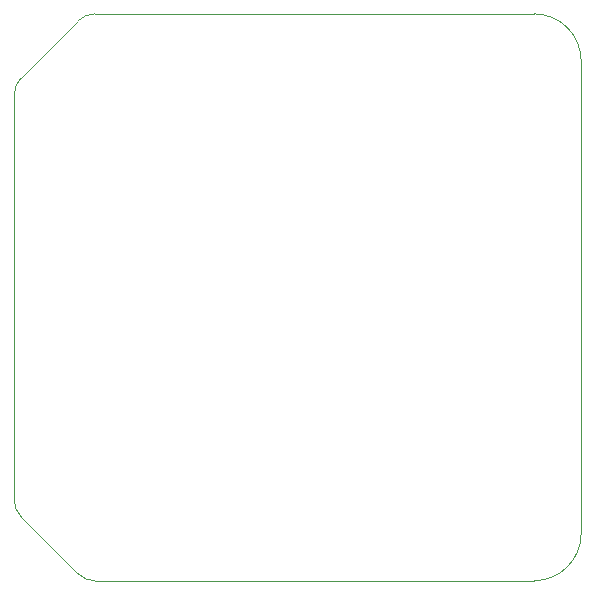
<source format=gm1>
G04*
G04 #@! TF.GenerationSoftware,Altium Limited,Altium Designer,23.3.1 (30)*
G04*
G04 Layer_Color=16711935*
%FSLAX24Y24*%
%MOIN*%
G70*
G04*
G04 #@! TF.SameCoordinates,FE471356-1482-470A-B847-6992AEFC5CE1*
G04*
G04*
G04 #@! TF.FilePolarity,Positive*
G04*
G01*
G75*
%ADD11C,0.0005*%
D11*
X2691Y18900D02*
G03*
X2134Y18670I0J-787D01*
G01*
X17325Y3D02*
G03*
X18900Y1577I0J1575D01*
G01*
X2134Y233D02*
G03*
X2691Y3I557J557D01*
G01*
X3Y2691D02*
G03*
X233Y2134I787J0D01*
G01*
Y16769D02*
G03*
X3Y16212I557J-557D01*
G01*
X18900Y17325D02*
G03*
X17325Y18900I-1575J0D01*
G01*
X2691Y3D02*
X17325D01*
X233Y2134D02*
X2134Y233D01*
X3Y2691D02*
Y16212D01*
X233Y16769D02*
X2134Y18670D01*
X2691Y18900D02*
X17325D01*
X18900Y1577D02*
Y17325D01*
M02*

</source>
